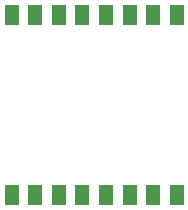
<source format=gbr>
G04 #@! TF.GenerationSoftware,KiCad,Pcbnew,5.1.6-c6e7f7d~87~ubuntu18.04.1*
G04 #@! TF.CreationDate,2021-04-09T16:44:34+05:30*
G04 #@! TF.ProjectId,Sensor_pcb_v4,53656e73-6f72-45f7-9063-625f76342e6b,rev?*
G04 #@! TF.SameCoordinates,Original*
G04 #@! TF.FileFunction,Glue,Top*
G04 #@! TF.FilePolarity,Positive*
%FSLAX46Y46*%
G04 Gerber Fmt 4.6, Leading zero omitted, Abs format (unit mm)*
G04 Created by KiCad (PCBNEW 5.1.6-c6e7f7d~87~ubuntu18.04.1) date 2021-04-09 16:44:34*
%MOMM*%
%LPD*%
G01*
G04 APERTURE LIST*
%ADD10R,1.200000X1.700000*%
G04 APERTURE END LIST*
D10*
X25204700Y-68526400D03*
X27204700Y-68526400D03*
X29204700Y-68526400D03*
X31204700Y-68526400D03*
X33204700Y-68526400D03*
X35204700Y-68526400D03*
X37204700Y-68526400D03*
X39204700Y-68526400D03*
X39204700Y-83756400D03*
X37204700Y-83756400D03*
X35204700Y-83756400D03*
X33204700Y-83756400D03*
X31204700Y-83756400D03*
X29204700Y-83756400D03*
X27204700Y-83756400D03*
X25204700Y-83756400D03*
M02*

</source>
